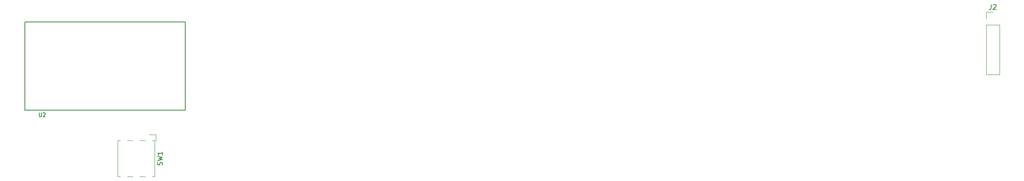
<source format=gbr>
G04 #@! TF.GenerationSoftware,KiCad,Pcbnew,(5.0.2)-1*
G04 #@! TF.CreationDate,2019-05-12T20:42:33+07:00*
G04 #@! TF.ProjectId,PCB,5043422e-6b69-4636-9164-5f7063625858,a*
G04 #@! TF.SameCoordinates,Original*
G04 #@! TF.FileFunction,Legend,Top*
G04 #@! TF.FilePolarity,Positive*
%FSLAX46Y46*%
G04 Gerber Fmt 4.6, Leading zero omitted, Abs format (unit mm)*
G04 Created by KiCad (PCBNEW (5.0.2)-1) date 5/12/2019 8:42:33 PM*
%MOMM*%
%LPD*%
G01*
G04 APERTURE LIST*
%ADD10C,0.120000*%
%ADD11C,0.150000*%
%ADD12C,0.160000*%
G04 APERTURE END LIST*
D10*
G04 #@! TO.C,SW1*
X24260650Y-33230050D02*
X24260650Y-34600050D01*
X22890650Y-33230050D02*
X24260650Y-33230050D01*
X19540650Y-41770050D02*
X18400650Y-41770050D01*
X22080650Y-41770050D02*
X20940650Y-41770050D01*
X19540650Y-34430050D02*
X18400650Y-34430050D01*
X22080650Y-34430050D02*
X20940650Y-34430050D01*
X16470650Y-41770050D02*
X17000650Y-41770050D01*
X16470650Y-34430050D02*
X16470650Y-41770050D01*
X17000650Y-34430050D02*
X16470650Y-34430050D01*
X24010650Y-41770050D02*
X23480650Y-41770050D01*
X24010650Y-34430050D02*
X24010650Y-41770050D01*
X23480650Y-34430050D02*
X24010650Y-34430050D01*
D11*
G04 #@! TO.C,U2*
X30240000Y-28194050D02*
X30240000Y-10160050D01*
X-2526000Y-10160050D02*
X-2526000Y-28194050D01*
X30240000Y-28194050D02*
X-2526000Y-28194050D01*
X-2526000Y-10160050D02*
X30240000Y-10160050D01*
D10*
G04 #@! TO.C,J2*
X193932525Y-20990000D02*
X196592525Y-20990000D01*
X193932525Y-10770000D02*
X193932525Y-20990000D01*
X196592525Y-10770000D02*
X196592525Y-20990000D01*
X193932525Y-10770000D02*
X196592525Y-10770000D01*
X193932525Y-9500000D02*
X193932525Y-8170000D01*
X193932525Y-8170000D02*
X195262525Y-8170000D01*
G04 #@! TO.C,SW1*
D11*
X25545411Y-39433383D02*
X25593030Y-39290526D01*
X25593030Y-39052430D01*
X25545411Y-38957192D01*
X25497792Y-38909573D01*
X25402554Y-38861954D01*
X25307316Y-38861954D01*
X25212078Y-38909573D01*
X25164459Y-38957192D01*
X25116840Y-39052430D01*
X25069221Y-39242907D01*
X25021602Y-39338145D01*
X24973983Y-39385764D01*
X24878745Y-39433383D01*
X24783507Y-39433383D01*
X24688269Y-39385764D01*
X24640650Y-39338145D01*
X24593030Y-39242907D01*
X24593030Y-39004811D01*
X24640650Y-38861954D01*
X24593030Y-38528621D02*
X25593030Y-38290526D01*
X24878745Y-38100050D01*
X25593030Y-37909573D01*
X24593030Y-37671478D01*
X25593030Y-36766716D02*
X25593030Y-37338145D01*
X25593030Y-37052430D02*
X24593030Y-37052430D01*
X24735888Y-37147669D01*
X24831126Y-37242907D01*
X24878745Y-37338145D01*
G04 #@! TO.C,U2*
D12*
X420476Y-28771954D02*
X420476Y-29419573D01*
X458571Y-29495764D01*
X496666Y-29533859D01*
X572857Y-29571954D01*
X725238Y-29571954D01*
X801428Y-29533859D01*
X839523Y-29495764D01*
X877619Y-29419573D01*
X877619Y-28771954D01*
X1220476Y-28848145D02*
X1258571Y-28810050D01*
X1334761Y-28771954D01*
X1525238Y-28771954D01*
X1601428Y-28810050D01*
X1639523Y-28848145D01*
X1677619Y-28924335D01*
X1677619Y-29000526D01*
X1639523Y-29114811D01*
X1182380Y-29571954D01*
X1677619Y-29571954D01*
G04 #@! TO.C,J2*
D11*
X194929191Y-6622380D02*
X194929191Y-7336666D01*
X194881572Y-7479523D01*
X194786334Y-7574761D01*
X194643477Y-7622380D01*
X194548239Y-7622380D01*
X195357763Y-6717619D02*
X195405382Y-6670000D01*
X195500620Y-6622380D01*
X195738715Y-6622380D01*
X195833953Y-6670000D01*
X195881572Y-6717619D01*
X195929191Y-6812857D01*
X195929191Y-6908095D01*
X195881572Y-7050952D01*
X195310144Y-7622380D01*
X195929191Y-7622380D01*
G04 #@! TD*
M02*

</source>
